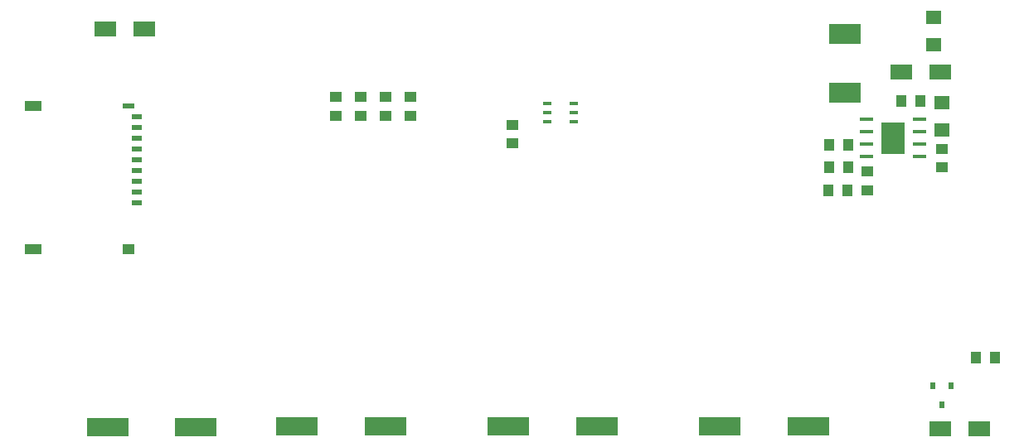
<source format=gbr>
G04 DipTrace 3.3.1.3*
G04 TopPaste.gbr*
%MOIN*%
G04 #@! TF.FileFunction,Paste,Top*
G04 #@! TF.Part,Single*
%ADD71R,0.035276X0.015591*%
%ADD73R,0.095118X0.130157*%
%ADD75R,0.054961X0.015984*%
%ADD83R,0.051024X0.04315*%
%ADD85R,0.023465X0.027402*%
%ADD89R,0.129764X0.084488*%
%ADD95R,0.047087X0.023465*%
%ADD97R,0.047087X0.039213*%
%ADD99R,0.070709X0.039213*%
%ADD101R,0.04315X0.019528*%
%ADD115R,0.090394X0.058898*%
%ADD117R,0.062835X0.054961*%
%ADD119R,0.04315X0.051024*%
%ADD121R,0.169134X0.074646*%
%FSLAX26Y26*%
G04*
G70*
G90*
G75*
G01*
G04 TopPaste*
%LPD*%
D121*
X1181102Y1889764D3*
X826772D3*
X1943701Y1893701D3*
X1589370D3*
X2793701D3*
X2439370D3*
X3643701D3*
X3289370D3*
D119*
X4018701Y3201701D3*
X4093504D3*
D117*
X4180701Y3194701D3*
Y3084465D3*
X4147467Y3427722D3*
Y3537958D3*
D119*
X3803701Y3025701D3*
X3728898D3*
D115*
X818701Y3493701D3*
X976181D3*
X4018701Y3318701D3*
X4176181D3*
X4331201Y1881201D3*
X4173720D3*
D101*
X943701Y2793701D3*
Y2837008D3*
Y2880315D3*
Y2923622D3*
Y2966929D3*
Y3010236D3*
Y3053543D3*
Y3096850D3*
Y3140157D3*
D99*
X528346Y2605512D3*
D97*
X910236D3*
D95*
Y3183465D3*
D99*
X528346D3*
D89*
X3791255Y3233992D3*
Y3472181D3*
D85*
X4218701Y2056201D3*
X4143898D3*
X4181299Y1977461D3*
D83*
X2456201Y3106201D3*
Y3031398D3*
X2043701Y3143701D3*
Y3218504D3*
X1943701Y3143701D3*
Y3218504D3*
X1843701Y3143701D3*
Y3218504D3*
D119*
X4318701Y2168701D3*
X4393504D3*
D83*
X1743701Y3143701D3*
Y3218504D3*
X3881701Y2843701D3*
Y2918504D3*
D119*
X3725701Y2843701D3*
X3800504D3*
D83*
X4180701Y2934701D3*
Y3009504D3*
D119*
X3803701Y2934701D3*
X3728898D3*
D75*
X3878745Y3127753D3*
Y3077753D3*
Y3027753D3*
Y2977753D3*
X4091344D3*
Y3027753D3*
Y3077753D3*
Y3127753D3*
D73*
X3985045Y3052753D3*
D71*
X2593701Y3193701D3*
Y3156299D3*
Y3118898D3*
X2700000D3*
Y3156299D3*
Y3193701D3*
M02*

</source>
